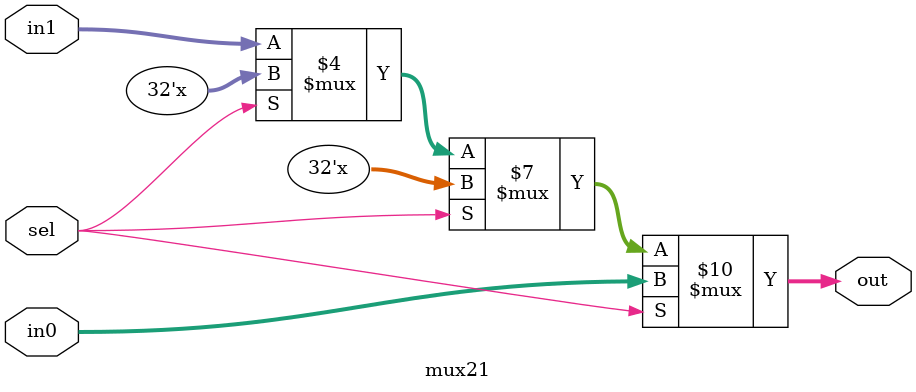
<source format=v>

module mux21 (in0, in1, sel, out);
	parameter width = 32;
	input wire [width-1:0]in0;
	input wire [width-1:0]in1;
	input sel;
	output reg [width-1:0]out;
	
	always@ (*)
	begin
		if (sel)
		begin
			out = in0;
		end
		else if (~sel)
		begin
			out = in1;
		end
	end
	
endmodule
</source>
